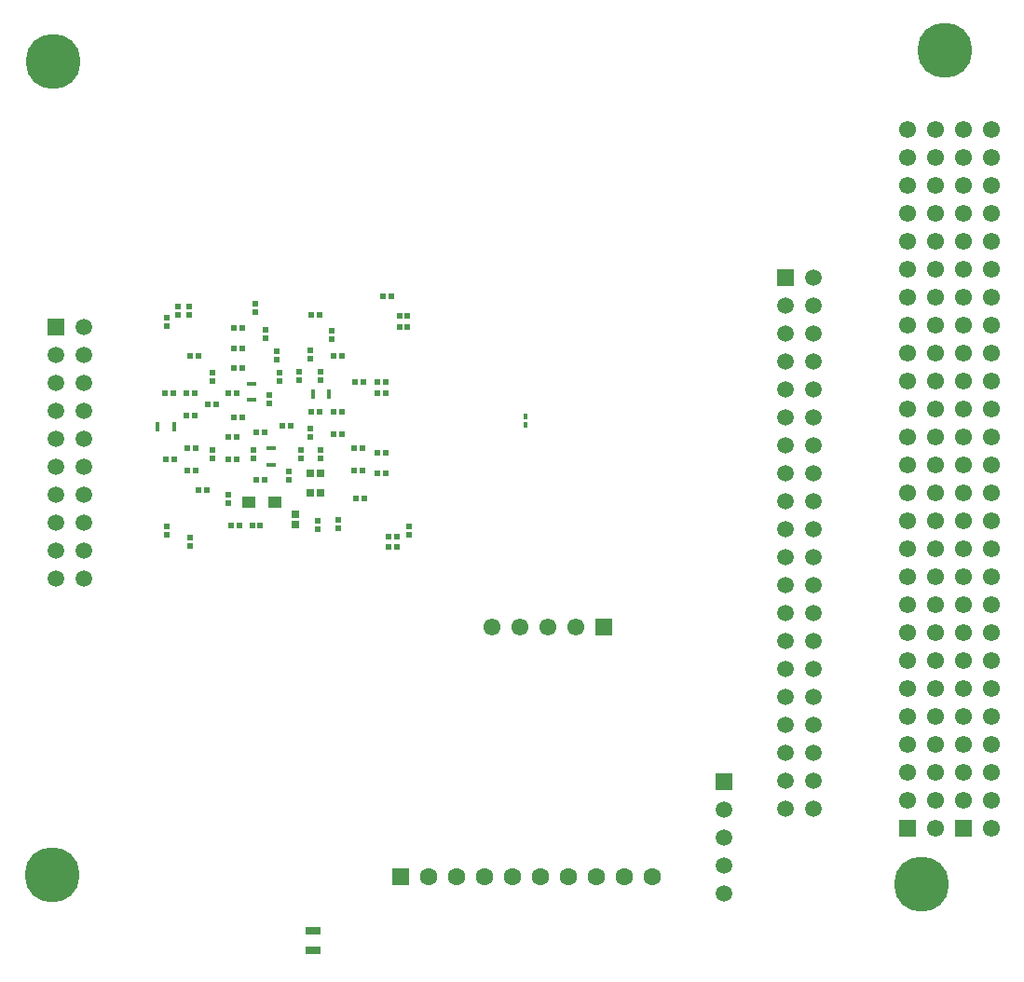
<source format=gbr>
%TF.GenerationSoftware,Altium Limited,Altium Designer,21.5.1 (32)*%
G04 Layer_Color=255*
%FSLAX45Y45*%
%MOMM*%
%TF.SameCoordinates,BAA3C551-5021-4B2B-824C-9EA50FFAFE59*%
%TF.FilePolarity,Positive*%
%TF.FileFunction,Pads,Bot*%
%TF.Part,Single*%
G01*
G75*
%TA.AperFunction,SMDPad,CuDef*%
%ADD24R,0.72000X0.76000*%
%ADD26R,0.76000X0.72000*%
%TA.AperFunction,ComponentPad*%
%ADD42C,1.60000*%
%ADD43R,1.60000X1.60000*%
%ADD44R,1.55000X1.55000*%
%ADD45C,1.55000*%
%ADD46C,1.50000*%
%ADD47R,1.50000X1.50000*%
%ADD48R,1.55000X1.55000*%
%ADD49C,5.00000*%
%TA.AperFunction,SMDPad,CuDef*%
%ADD59R,0.51535X0.47247*%
%ADD60R,0.85000X0.45000*%
%ADD61R,0.47247X0.51535*%
%ADD62R,0.45000X0.50000*%
%ADD63R,1.15000X1.00000*%
%ADD64R,0.45000X0.85000*%
G04:AMPARAMS|DCode=65|XSize=1.3mm|YSize=0.76mm|CornerRadius=0.095mm|HoleSize=0mm|Usage=FLASHONLY|Rotation=0.000|XOffset=0mm|YOffset=0mm|HoleType=Round|Shape=RoundedRectangle|*
%AMROUNDEDRECTD65*
21,1,1.30000,0.57000,0,0,0.0*
21,1,1.11000,0.76000,0,0,0.0*
1,1,0.19000,0.55500,-0.28500*
1,1,0.19000,-0.55500,-0.28500*
1,1,0.19000,-0.55500,0.28500*
1,1,0.19000,0.55500,0.28500*
%
%ADD65ROUNDEDRECTD65*%
%ADD66R,0.72000X0.72000*%
D24*
X5568577Y6599920D02*
D03*
X5568577Y6695917D02*
D03*
D26*
X5699399Y7064938D02*
D03*
X5795401Y7064938D02*
D03*
D42*
X8302371Y3395889D02*
D03*
X8048371Y3395889D02*
D03*
X7540371Y3395889D02*
D03*
X7032371Y3395889D02*
D03*
X6778371Y3395889D02*
D03*
X7286371Y3395889D02*
D03*
X7794371Y3395889D02*
D03*
X8556371Y3395889D02*
D03*
X8810371Y3395889D02*
D03*
D43*
X6524371Y3395889D02*
D03*
D44*
X11633200Y3835400D02*
D03*
X11125200Y3835400D02*
D03*
D45*
X11633200Y4089400D02*
D03*
X11633200Y4343400D02*
D03*
X11633200Y4597400D02*
D03*
X11633200Y4851400D02*
D03*
X11633200Y5105400D02*
D03*
X11633200Y5359400D02*
D03*
X11633200Y5613400D02*
D03*
X11633200Y5867400D02*
D03*
X11633200Y6121400D02*
D03*
X11633200Y6375400D02*
D03*
X11633200Y6629400D02*
D03*
X11633200Y6883400D02*
D03*
X11633200Y7137400D02*
D03*
X11633200Y7391400D02*
D03*
X11633200Y7645400D02*
D03*
X11633200Y7899400D02*
D03*
X11633200Y8153400D02*
D03*
X11633200Y8407400D02*
D03*
X11633200Y8661400D02*
D03*
X11633200Y8915400D02*
D03*
X11633200Y9169400D02*
D03*
X11633200Y9423400D02*
D03*
X11633200Y9677400D02*
D03*
X11633200Y9931400D02*
D03*
X11633200Y10185400D02*
D03*
X11887200Y3835400D02*
D03*
X11887200Y4089400D02*
D03*
X11887200Y4343400D02*
D03*
X11887200Y4597400D02*
D03*
X11887200Y4851400D02*
D03*
X11887200Y5105400D02*
D03*
X11887200Y5359400D02*
D03*
X11887200Y5613400D02*
D03*
X11887200Y5867400D02*
D03*
X11887200Y6121400D02*
D03*
X11887200Y6375400D02*
D03*
X11887200Y6629400D02*
D03*
X11887200Y6883400D02*
D03*
X11887200Y7137400D02*
D03*
X11887200Y7391400D02*
D03*
X11887200Y7645400D02*
D03*
X11887200Y7899400D02*
D03*
X11887200Y8153400D02*
D03*
X11887200Y8407400D02*
D03*
X11887200Y8661400D02*
D03*
X11887200Y8915400D02*
D03*
X11887200Y9169400D02*
D03*
X11887200Y9423400D02*
D03*
X11887200Y9677400D02*
D03*
X11887200Y9931400D02*
D03*
X11887200Y10185400D02*
D03*
X11379200Y10185400D02*
D03*
X11379200Y9931400D02*
D03*
X11379200Y9677400D02*
D03*
X11379200Y9423400D02*
D03*
X11379200Y9169400D02*
D03*
X11379200Y8915400D02*
D03*
X11379200Y8661400D02*
D03*
X11379200Y8407400D02*
D03*
X11379200Y8153400D02*
D03*
X11379200Y7899400D02*
D03*
X11379200Y7645400D02*
D03*
X11379200Y7391400D02*
D03*
X11379200Y6883400D02*
D03*
X11379200Y6629400D02*
D03*
X11379200Y6375400D02*
D03*
X11379200Y6121400D02*
D03*
X11379200Y5867400D02*
D03*
X11379200Y5613400D02*
D03*
X11379200Y5359400D02*
D03*
X11379200Y5105400D02*
D03*
X11379200Y4851400D02*
D03*
X11379200Y4597400D02*
D03*
X11379200Y4343400D02*
D03*
X11379200Y4089400D02*
D03*
X11379200Y3835400D02*
D03*
X11125200Y10185400D02*
D03*
X11125200Y9931400D02*
D03*
X11125200Y9677400D02*
D03*
X11125200Y9423400D02*
D03*
X11125200Y9169400D02*
D03*
X11125200Y8915400D02*
D03*
X11125200Y8661400D02*
D03*
X11125200Y8407400D02*
D03*
X11125200Y8153400D02*
D03*
X11125200Y7899400D02*
D03*
X11125200Y7645400D02*
D03*
X11125200Y7391400D02*
D03*
X11125200Y6883400D02*
D03*
X11125200Y6629400D02*
D03*
X11125200Y6375400D02*
D03*
X11125200Y6121400D02*
D03*
X11125200Y5867400D02*
D03*
X11125200Y5613400D02*
D03*
X11125200Y5359400D02*
D03*
X11125200Y5105400D02*
D03*
X11125200Y4851400D02*
D03*
X11125200Y4597400D02*
D03*
X11125200Y4343400D02*
D03*
X11125200Y4089400D02*
D03*
X11379200Y7137400D02*
D03*
X11125200Y7137400D02*
D03*
X7350902Y5666110D02*
D03*
X7604902Y5666110D02*
D03*
X7858902Y5666110D02*
D03*
X8112902Y5666110D02*
D03*
D46*
X9459628Y4007665D02*
D03*
X9459628Y3245665D02*
D03*
X9459628Y3499665D02*
D03*
X9459628Y3753665D02*
D03*
X10274300Y4013200D02*
D03*
X10020300Y4013200D02*
D03*
X10274300Y4267200D02*
D03*
X10020300Y4267200D02*
D03*
X10274300Y4521200D02*
D03*
X10020300Y4521200D02*
D03*
X10274300Y4775200D02*
D03*
X10020300Y4775200D02*
D03*
X10274300Y5029200D02*
D03*
X10020300Y5029200D02*
D03*
X10274300Y5283200D02*
D03*
X10020300Y5283200D02*
D03*
X10274300Y5537200D02*
D03*
X10020300Y5537200D02*
D03*
X10274300Y5791200D02*
D03*
X10020300Y5791200D02*
D03*
X10274300Y6045200D02*
D03*
X10020300Y6045200D02*
D03*
X10274300Y6299200D02*
D03*
X10020300Y6299200D02*
D03*
X10274300Y6553200D02*
D03*
X10020300Y6553200D02*
D03*
X10274300Y6807200D02*
D03*
X10020300Y6807200D02*
D03*
X10274300Y7061200D02*
D03*
X10020300Y7061200D02*
D03*
X10274300Y7315200D02*
D03*
X10020300Y7315200D02*
D03*
X10274300Y7569200D02*
D03*
X10020300Y7569200D02*
D03*
X10274300Y7823200D02*
D03*
X10020300Y7823200D02*
D03*
X10274300Y8077200D02*
D03*
X10020300Y8077200D02*
D03*
X10274300Y8331200D02*
D03*
X10020300Y8331200D02*
D03*
X10274300Y8585200D02*
D03*
X10020300Y8585200D02*
D03*
X10274300Y8839200D02*
D03*
X3644900Y8394700D02*
D03*
X3390900Y8140700D02*
D03*
X3644900Y8140700D02*
D03*
X3390900Y7886700D02*
D03*
X3644900Y7886700D02*
D03*
X3390900Y7632700D02*
D03*
X3644900Y7632700D02*
D03*
X3390900Y7378700D02*
D03*
X3644900Y7378700D02*
D03*
X3390900Y7124700D02*
D03*
X3644900Y7124700D02*
D03*
X3390900Y6870700D02*
D03*
X3644900Y6870700D02*
D03*
X3390900Y6616700D02*
D03*
X3644900Y6616700D02*
D03*
X3390900Y6362700D02*
D03*
X3644900Y6362700D02*
D03*
X3390900Y6108700D02*
D03*
X3644900Y6108700D02*
D03*
D47*
X9459628Y4261665D02*
D03*
X10020300Y8839200D02*
D03*
X3390900Y8394700D02*
D03*
D48*
X8366902Y5666110D02*
D03*
D49*
X3365500Y10807700D02*
D03*
X11468100Y10909300D02*
D03*
X11252200Y3327400D02*
D03*
X3352800Y3416300D02*
D03*
D59*
X6190018Y6836826D02*
D03*
X6114306Y6836826D02*
D03*
X5009545Y8021641D02*
D03*
X5085258Y8021641D02*
D03*
X5009545Y8202068D02*
D03*
X5085258Y8202068D02*
D03*
X5009545Y7572426D02*
D03*
X5085258Y7572426D02*
D03*
X5032431Y7391999D02*
D03*
X4956719Y7391999D02*
D03*
X4956719Y7192000D02*
D03*
X5032431Y7192000D02*
D03*
X4959054Y7791999D02*
D03*
X5034766Y7791999D02*
D03*
X5085258Y8382494D02*
D03*
X5009545Y8382494D02*
D03*
X4583618Y7292000D02*
D03*
X4659331Y7292000D02*
D03*
X4583618Y7092000D02*
D03*
X4659331Y7092000D02*
D03*
X4390944Y7192000D02*
D03*
X4466662Y7192000D02*
D03*
X5709544Y8507843D02*
D03*
X5785256Y8507843D02*
D03*
X6385255Y7891998D02*
D03*
X6385255Y7791999D02*
D03*
X6385255Y7247920D02*
D03*
X5785256Y7621214D02*
D03*
X6385255Y7067493D02*
D03*
X5519431Y7498295D02*
D03*
X4609546Y8128549D02*
D03*
X4381036Y7791999D02*
D03*
X4766379Y7691999D02*
D03*
X4573705Y7591999D02*
D03*
X5209545Y7433622D02*
D03*
X5054728Y6591950D02*
D03*
X4684392Y6911579D02*
D03*
X6585255Y8392003D02*
D03*
X6509542Y8492002D02*
D03*
X6361585Y8675622D02*
D03*
X6109543Y7891948D02*
D03*
X5909544Y7621214D02*
D03*
X5909544Y8134742D02*
D03*
X4649417Y7791999D02*
D03*
X6102218Y7092000D02*
D03*
X6102218Y7292000D02*
D03*
X5909544Y7423031D02*
D03*
X6485255Y6492001D02*
D03*
X6409543Y6392001D02*
D03*
X5209545Y7002776D02*
D03*
X5171690Y6592206D02*
D03*
X6437297Y8675622D02*
D03*
X5709544Y7621214D02*
D03*
X4760105Y6911579D02*
D03*
X4685259Y8128549D02*
D03*
X4456748Y7791999D02*
D03*
X4979016Y6591950D02*
D03*
X4573705Y7791999D02*
D03*
X5247403Y6592206D02*
D03*
X4842092Y7691999D02*
D03*
X4649417Y7591999D02*
D03*
X5443719Y7498295D02*
D03*
X5985256Y7423031D02*
D03*
X5985256Y7621214D02*
D03*
X5985256Y8134742D02*
D03*
X6185256Y7891948D02*
D03*
X6309543Y7247920D02*
D03*
X6309543Y7891998D02*
D03*
X6309543Y7791999D02*
D03*
X6485255Y6392001D02*
D03*
X6509542Y8392003D02*
D03*
X6585255Y8492002D02*
D03*
X5285257Y7002776D02*
D03*
X5285257Y7433622D02*
D03*
X6177930Y7092000D02*
D03*
X6177930Y7292000D02*
D03*
X6309543Y7067493D02*
D03*
X6409543Y6492001D02*
D03*
D60*
X5163456Y7731214D02*
D03*
X5163456Y7881217D02*
D03*
X5341547Y7143196D02*
D03*
X5341547Y7293198D02*
D03*
D61*
X4808022Y7279869D02*
D03*
X4808022Y7204156D02*
D03*
X5897347Y8359151D02*
D03*
X5897347Y8283439D02*
D03*
X4953247Y6795253D02*
D03*
X4953247Y6870965D02*
D03*
X5770526Y6633923D02*
D03*
X5770526Y6558211D02*
D03*
X5950953Y6641997D02*
D03*
X5950953Y6566285D02*
D03*
X5797398Y7910339D02*
D03*
X5597398Y7986051D02*
D03*
X5397251Y8172531D02*
D03*
X5697398Y7396815D02*
D03*
X5616971Y7279858D02*
D03*
X5197399Y8531191D02*
D03*
X5324297Y7779857D02*
D03*
X5181123Y7204146D02*
D03*
X4597451Y8579907D02*
D03*
X4810357Y7904145D02*
D03*
X4497400Y8579856D02*
D03*
X4397400Y8404144D02*
D03*
X5697398Y8103013D02*
D03*
X5416972Y7904145D02*
D03*
X5297348Y8289493D02*
D03*
X5797398Y7274339D02*
D03*
X6597401Y6579855D02*
D03*
X5501972Y7079859D02*
D03*
X4605000Y6480358D02*
D03*
X4397400Y6579855D02*
D03*
X4397400Y6504142D02*
D03*
X4397400Y8479856D02*
D03*
X4497400Y8504144D02*
D03*
X4605000Y6404646D02*
D03*
X4597451Y8504194D02*
D03*
X4810357Y7979857D02*
D03*
X5297348Y8365206D02*
D03*
X5197399Y8606903D02*
D03*
X5397251Y8096819D02*
D03*
X5501972Y7004141D02*
D03*
X5697398Y7472528D02*
D03*
X5324297Y7704145D02*
D03*
X5697398Y8178725D02*
D03*
X5797398Y7198627D02*
D03*
X5181123Y7279858D02*
D03*
X5616971Y7204146D02*
D03*
X5597398Y7910339D02*
D03*
X5797398Y7986051D02*
D03*
X5416972Y7979857D02*
D03*
X6597401Y6504142D02*
D03*
D62*
X7658100Y7506299D02*
D03*
X7658100Y7581301D02*
D03*
D63*
X5378676Y6799852D02*
D03*
X5143675Y6799852D02*
D03*
D64*
X5872399Y7781644D02*
D03*
X4315013Y7491999D02*
D03*
X4465010Y7491999D02*
D03*
X5722402Y7781644D02*
D03*
D65*
X5728725Y2904909D02*
D03*
X5728725Y2725910D02*
D03*
D66*
X5797398Y6884516D02*
D03*
X5697398Y6884516D02*
D03*
%TF.MD5,5506e9633d04fc68213e76a6a8618602*%
M02*

</source>
